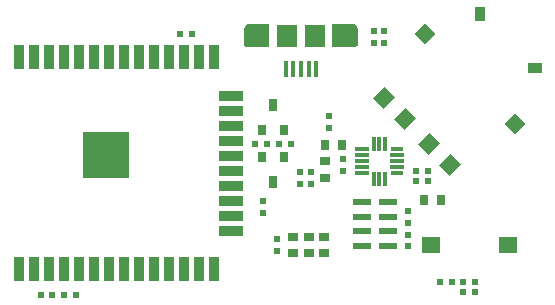
<source format=gtp>
G04 Layer_Color=8421504*
%FSLAX44Y44*%
%MOMM*%
G71*
G01*
G75*
%ADD10R,0.9000X0.8000*%
%ADD11R,0.8000X0.9000*%
%ADD12R,0.5000X0.6000*%
%ADD13R,0.6000X0.5000*%
%ADD14R,1.8000X1.9000*%
%ADD15R,0.4000X1.3500*%
%ADD16R,0.6500X0.9000*%
%ADD17R,0.6500X1.1000*%
G04:AMPARAMS|DCode=18|XSize=1.2mm|YSize=1.3mm|CornerRadius=0mm|HoleSize=0mm|Usage=FLASHONLY|Rotation=315.000|XOffset=0mm|YOffset=0mm|HoleType=Round|Shape=Rectangle|*
%AMROTATEDRECTD18*
4,1,4,-0.8839,-0.0354,0.0354,0.8839,0.8839,0.0354,-0.0354,-0.8839,-0.8839,-0.0354,0.0*
%
%ADD18ROTATEDRECTD18*%

G04:AMPARAMS|DCode=19|XSize=1.3mm|YSize=1.4mm|CornerRadius=0mm|HoleSize=0mm|Usage=FLASHONLY|Rotation=315.000|XOffset=0mm|YOffset=0mm|HoleType=Round|Shape=Rectangle|*
%AMROTATEDRECTD19*
4,1,4,-0.9546,-0.0354,0.0354,0.9546,0.9546,0.0354,-0.0354,-0.9546,-0.9546,-0.0354,0.0*
%
%ADD19ROTATEDRECTD19*%

%ADD20R,0.8500X1.2000*%
%ADD21R,1.2000X0.8500*%
%ADD22R,1.5000X1.4000*%
%ADD23R,0.3000X1.2000*%
%ADD24R,1.1000X0.3000*%
%ADD25R,1.2000X0.3000*%
%ADD26R,1.5000X0.5500*%
%ADD27R,4.0000X4.0000*%
%ADD28R,2.1000X0.9000*%
%ADD29R,0.9000X2.1000*%
G36*
X345825Y222950D02*
X326378D01*
X325276Y223407D01*
X324432Y224251D01*
X323975Y225353D01*
Y225950D01*
Y236950D01*
Y237945D01*
X324736Y239782D01*
X326143Y241189D01*
X327980Y241950D01*
X345825D01*
Y222950D01*
D02*
G37*
G36*
X418857Y241189D02*
X420264Y239782D01*
X421025Y237945D01*
Y236950D01*
Y225950D01*
Y225353D01*
X420568Y224251D01*
X419724Y223407D01*
X418622Y222950D01*
X399175D01*
Y241950D01*
X417020D01*
X418857Y241189D01*
D02*
G37*
D10*
X393000Y125998D02*
D03*
Y111998D02*
D03*
X366000Y62002D02*
D03*
Y48002D02*
D03*
X379000Y62002D02*
D03*
Y48002D02*
D03*
X392000Y62002D02*
D03*
Y48002D02*
D03*
D11*
X407002Y140000D02*
D03*
X393002D02*
D03*
X476998Y93000D02*
D03*
X490998D02*
D03*
D12*
X408000Y128000D02*
D03*
Y118000D02*
D03*
X396000Y164000D02*
D03*
Y154000D02*
D03*
X463000Y54000D02*
D03*
Y64000D02*
D03*
X434000Y236000D02*
D03*
Y226000D02*
D03*
X381000Y107000D02*
D03*
Y117000D02*
D03*
X352500Y50000D02*
D03*
Y60000D02*
D03*
X372000Y107000D02*
D03*
Y117000D02*
D03*
X443000Y226000D02*
D03*
Y236000D02*
D03*
X463000Y74000D02*
D03*
Y84000D02*
D03*
X340000Y92000D02*
D03*
Y82000D02*
D03*
D13*
X510000Y24000D02*
D03*
X520000D02*
D03*
X354000Y141000D02*
D03*
X364000D02*
D03*
X334000D02*
D03*
X344000D02*
D03*
X520000Y15000D02*
D03*
X510000D02*
D03*
X270000Y234000D02*
D03*
X280000D02*
D03*
X490000Y24000D02*
D03*
X500000D02*
D03*
X480000Y118000D02*
D03*
X470000D02*
D03*
X480000Y109000D02*
D03*
X470000D02*
D03*
X162000Y13000D02*
D03*
X152000D02*
D03*
X172000Y13000D02*
D03*
X182000D02*
D03*
D14*
X361000Y232450D02*
D03*
X384000D02*
D03*
D15*
X385500Y204400D02*
D03*
X359500D02*
D03*
X379000D02*
D03*
X372500D02*
D03*
X366000D02*
D03*
D16*
X358500Y129375D02*
D03*
X339500D02*
D03*
X339500Y152625D02*
D03*
X358500D02*
D03*
D17*
X349000Y108625D02*
D03*
Y173375D02*
D03*
D18*
X553482Y157624D02*
D03*
X477115Y233991D02*
D03*
D19*
X442467Y179544D02*
D03*
X460321Y161690D02*
D03*
X481181Y140830D02*
D03*
X499035Y122976D02*
D03*
D20*
X524491Y250962D02*
D03*
D21*
X570453Y205000D02*
D03*
D22*
X482500Y55000D02*
D03*
X547500D02*
D03*
D23*
X434000Y140750D02*
D03*
X439000D02*
D03*
X444000D02*
D03*
Y111250D02*
D03*
X439000D02*
D03*
X434000D02*
D03*
D24*
X453500Y136000D02*
D03*
Y116000D02*
D03*
D25*
Y131000D02*
D03*
Y126000D02*
D03*
Y121000D02*
D03*
X424500Y116000D02*
D03*
Y121000D02*
D03*
Y126000D02*
D03*
Y131000D02*
D03*
Y136000D02*
D03*
D26*
X446000Y66750D02*
D03*
Y79250D02*
D03*
Y91750D02*
D03*
X424000Y54250D02*
D03*
X446000D02*
D03*
X424000Y66750D02*
D03*
Y79250D02*
D03*
Y91750D02*
D03*
D27*
X207500Y131349D02*
D03*
D28*
X313500Y181499D02*
D03*
Y168799D02*
D03*
Y156099D02*
D03*
Y143399D02*
D03*
Y130699D02*
D03*
Y117999D02*
D03*
Y105299D02*
D03*
Y92599D02*
D03*
Y79899D02*
D03*
Y67199D02*
D03*
D29*
X133400Y34599D02*
D03*
X146100D02*
D03*
X158800D02*
D03*
X171500D02*
D03*
X184200D02*
D03*
X196900D02*
D03*
X209600D02*
D03*
X222300D02*
D03*
X235000D02*
D03*
X247700D02*
D03*
X260400D02*
D03*
X273100D02*
D03*
X285800D02*
D03*
X298500D02*
D03*
Y214349D02*
D03*
X285800D02*
D03*
X273100D02*
D03*
X260400D02*
D03*
X247700D02*
D03*
X235000D02*
D03*
X222300D02*
D03*
X209600D02*
D03*
X196900D02*
D03*
X184200D02*
D03*
X171500D02*
D03*
X158800D02*
D03*
X146100D02*
D03*
X133400D02*
D03*
M02*

</source>
